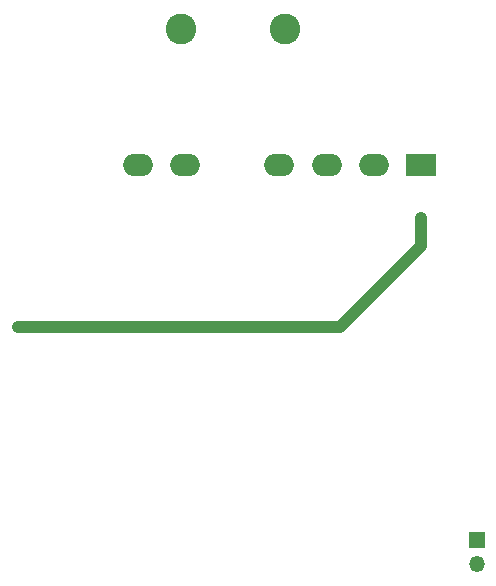
<source format=gbl>
%TF.GenerationSoftware,KiCad,Pcbnew,6.0.9-8da3e8f707~117~ubuntu20.04.1*%
%TF.CreationDate,2022-12-20T10:53:49+01:00*%
%TF.ProjectId,220AC-mini-C3-board,32323041-432d-46d6-996e-692d43332d62,rev?*%
%TF.SameCoordinates,Original*%
%TF.FileFunction,Copper,L2,Bot*%
%TF.FilePolarity,Positive*%
%FSLAX46Y46*%
G04 Gerber Fmt 4.6, Leading zero omitted, Abs format (unit mm)*
G04 Created by KiCad (PCBNEW 6.0.9-8da3e8f707~117~ubuntu20.04.1) date 2022-12-20 10:53:49*
%MOMM*%
%LPD*%
G01*
G04 APERTURE LIST*
%TA.AperFunction,ComponentPad*%
%ADD10C,2.600000*%
%TD*%
%TA.AperFunction,ComponentPad*%
%ADD11O,2.514600X1.905000*%
%TD*%
%TA.AperFunction,ComponentPad*%
%ADD12R,2.514600X1.905000*%
%TD*%
%TA.AperFunction,ComponentPad*%
%ADD13R,1.350000X1.350000*%
%TD*%
%TA.AperFunction,ComponentPad*%
%ADD14O,1.350000X1.350000*%
%TD*%
%TA.AperFunction,ViaPad*%
%ADD15C,1.000000*%
%TD*%
%TA.AperFunction,Conductor*%
%ADD16C,1.000000*%
%TD*%
G04 APERTURE END LIST*
D10*
%TO.P,J1,1,Pin_1*%
%TO.N,AC*%
X131150000Y-60050000D03*
%TD*%
D11*
%TO.P,U1,6,+VO*%
%TO.N,Net-(C2-Pad1)*%
X127500002Y-71550000D03*
%TO.P,U1,5,-VO*%
%TO.N,GND*%
X131500001Y-71550000D03*
%TO.P,U1,4,-VCAP*%
%TO.N,Net-(C1-Pad2)*%
X139500000Y-71550000D03*
%TO.P,U1,3,+VCAP*%
%TO.N,Net-(C1-Pad1)*%
X143500000Y-71550000D03*
%TO.P,U1,2,ACN*%
%TO.N,/AC (N)*%
X147500000Y-71550000D03*
D12*
%TO.P,U1,1,ACL*%
%TO.N,Net-(R1-Pad2)*%
X151499999Y-71550000D03*
%TD*%
D13*
%TO.P,J3,1,Pin_1*%
%TO.N,GND*%
X156200000Y-103350000D03*
D14*
%TO.P,J3,2,Pin_2*%
%TO.N,+3V3*%
X156200000Y-105350000D03*
%TD*%
D10*
%TO.P,J2,1,Pin_1*%
%TO.N,/AC (N)*%
X139950000Y-60050000D03*
%TD*%
D15*
%TO.N,Net-(R1-Pad2)*%
X151500000Y-76050000D03*
X117350000Y-85250000D03*
%TD*%
D16*
%TO.N,Net-(R1-Pad2)*%
X151500000Y-78400000D02*
X151500000Y-76050000D01*
X144650000Y-85250000D02*
X151500000Y-78400000D01*
X117350000Y-85250000D02*
X144650000Y-85250000D01*
%TD*%
M02*

</source>
